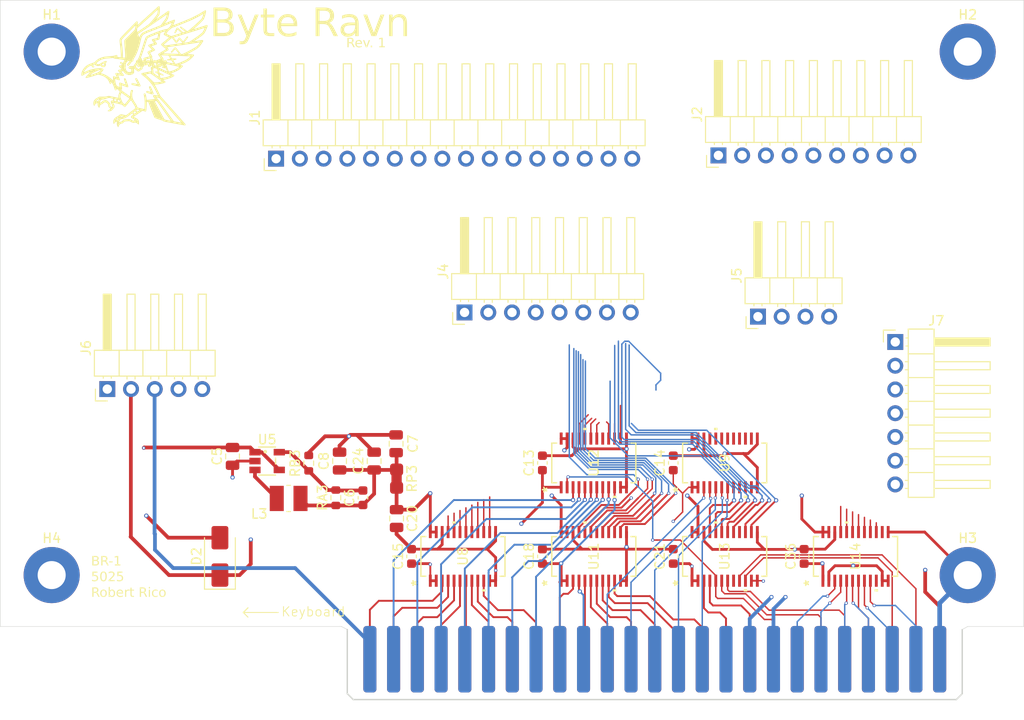
<source format=kicad_pcb>
(kicad_pcb (version 20241229) (generator "pcbnew") (generator_version "9.0")
  (layers (0 "F.Cu" signal) (4 "In1.Cu" signal) (6 "In2.Cu" signal) (2 "B.Cu" signal) (13 "F.Paste" user) (15 "B.Paste" user) (5 "F.SilkS" user "F.Silkscreen") (7 "B.SilkS" user "B.Silkscreen") (1 "F.Mask" user) (3 "B.Mask" user) (25 "Edge.Cuts" user))
  (net 0 "")
  (net 1 "GND")
  (net 2 "CARD5V")
  (net 3 "D2_5V")
  (net 4 "A8_5V")
  (net 5 "A7_5V")
  (net 6 "CARD-12V")
  (net 7 "D0_5V")
  (net 8 "A5_5V")
  (net 9 "~{I{slash}O_STROBE}_5V")
  (net 10 "DMA_OUT_5V")
  (net 12 "~{INH}_5V")
  (net 13 "7M_5V")
  (net 14 "A2_5V")
  (net 15 "A14_5V")
  (net 16 "A10_5V")
  (net 17 "~{RES}_5V")
  (net 18 "D1_5V")
  (net 19 "A4_5V")
  (net 20 "R{slash}~{W}_5V")
  (net 21 "RDY_5V")
  (net 22 "Q3_5V")
  (net 23 "A12_5V")
  (net 24 "A6_5V")
  (net 25 "~{NMI}_5V")
  (net 26 "D7_5V")
  (net 27 "~{I{slash}O_SELECT}_5V")
  (net 28 "CARD12V")
  (net 29 "DMA_IN_5V")
  (net 30 "A13_5V")
  (net 31 "INT_IN_5V")
  (net 32 "PHI0_5V")
  (net 33 "CARD-5V")
  (net 34 "PHI1_5V")
  (net 35 "A1_5V")
  (net 36 "~{DEVICE_SELECT}_5V")
  (net 37 "D5_5V")
  (net 38 "A15_5V")
  (net 39 "A11_5V")
  (net 40 "D6_5V")
  (net 41 "A3_5V")
  (net 42 "D4_5V")
  (net 43 "A9_5V")
  (net 44 "INT_OUT_5V")
  (net 45 "A0_5V")
  (net 47 "D3_5V")
  (net 48 "+5V")
  (net 49 "/power/P3V3")
  (net 50 "/power/FB3")
  (net 51 "+3V3")
  (net 52 "/power/L3")
  (net 53 "D7_3V3")
  (net 54 "~{I{slash}O_STROBE}_3V3")
  (net 55 "A1_3V3")
  (net 56 "~{DEVICE_SELECT}_3V3")
  (net 57 "A15_3V3")
  (net 58 "~{RES}_3V3")
  (net 59 "D5_3V3")
  (net 60 "~{NMI}_3V3")
  (net 61 "D3_3V3")
  (net 62 "A10_3V3")
  (net 63 "INT_IN_3V3")
  (net 64 "A2_3V3")
  (net 65 "A5_3V3")
  (net 66 "DMA_OUT_3V3")
  (net 67 "A0_3V3")
  (net 68 "A13_3V3")
  (net 69 "RDY_3V3")
  (net 70 "PHI1_3V3")
  (net 71 "~{INH}_3V3")
  (net 72 "A14_3V3")
  (net 73 "D1_3V3")
  (net 74 "A4_3V3")
  (net 75 "R{slash}~{W}_3V3")
  (net 76 "D6_3V3")
  (net 77 "PHI0_3V3")
  (net 78 "D4_3V3")
  (net 79 "A3_3V3")
  (net 80 "A9_3V3")
  (net 81 "A6_3V3")
  (net 82 "D2_3V3")
  (net 83 "7M_3V3")
  (net 84 "A11_3V3")
  (net 85 "A12_3V3")
  (net 86 "A8_3V3")
  (net 87 "INT_OUT_3V3")
  (net 88 "~{I{slash}O_SELECT}_3V3")
  (net 89 "Q3_3V3")
  (net 90 "D0_3V3")
  (net 91 "DMA_IN_3V3")
  (net 92 "A7_3V3")
  (net 95 "~{IRQ}_5V")
  (net 96 "~{DMA}_5V")
  (net 97 "~{DMA}_3V3")
  (net 98 "~{IRQ}_3V3")
  (net 99 "µSync_5V")
  (net 100 "µSync_3V3")
  (footprint "Resistor_SMD:R_0603_1608Metric" (layer "F.Cu") (at 196.5 104.025 -90)
    (property "Reference" "RB3")
    (property "Value" "3.3k" (hide yes))
  )
  (footprint "MountingHole:MountingHole_3mm_Pad" (layer "F.Cu") (at 267 60)
    (property "Reference" "H2")
    (property "Value" "MountingHole_Pad" (hide yes))
  )
  (footprint "Connector_PinHeader_2.54mm:PinHeader_1x07_P2.54mm_Horizontal" (layer "F.Cu") (at 259.25 91.06)
    (property "Reference" "J7")
    (property "Value" "Conn_01x07_Socket")
  )
  (footprint "Resistor_SMD:R_0603_1608Metric" (layer "F.Cu") (at 199.4 107.725 90)
    (property "Reference" "RA3")
    (property "Value" "15k" (hide yes))
  )
  (footprint "footprints:DBQ24-L" (layer "F.Cu") (at 241 104 90)
    (property "Reference" "U9")
    (property "Value" "SN74LVC8T245" (hide yes))
  )
  (footprint "Capacitor_SMD:C_0603_1608Metric" (layer "F.Cu") (at 235.5 104 90)
    (property "Reference" "C14")
    (property "Value" "22nF" (hide yes))
  )
  (footprint "PCM_MA_Connector_AppleII:Peripheral_Bus_Edge" (layer "F.Cu") (at 233.52 125)
    (property "Reference" "J3")
    (property "Value" "Bus_Apple_II_Card_Side")
    (fp_line (start -32.893 3.683) (end -32.893 -3.175) (stroke (width 0.15)) (layer "Edge.Cuts"))
    (fp_line (start -32.258 4.318) (end -32.893 3.683) (stroke (width 0.15)) (layer "Edge.Cuts"))
    (fp_line (start 32.258 4.318) (end -32.258 4.318) (stroke (width 0.15)) (layer "Edge.Cuts"))
    (fp_line (start 32.258 4.318) (end 32.893 3.683) (stroke (width 0.15)) (layer "Edge.Cuts"))
    (fp_line (start 32.893 -3.175) (end 32.893 3.683) (stroke (width 0.15)) (layer "Edge.Cuts"))
  )
  (footprint "Capacitor_SMD:C_0603_1608Metric" (layer "F.Cu") (at 235.5 114 90)
    (property "Reference" "C21")
    (property "Value" "22nF" (hide yes))
  )
  (footprint "LOGO" (layer "F.Cu") (at 178.915809 61.665809)
    (property "Reference" "G***")
    (property "Value" "LOGO" (hide yes))
  )
  (footprint "Capacitor_SMD:C_0603_1608Metric" (layer "F.Cu") (at 202.3 107.725 90)
    (property "Reference" "C6")
    (property "Value" "100pF" (hide yes))
  )
  (footprint "footprints:DBQ24-L" (layer "F.Cu") (at 227 104 90)
    (property "Reference" "U12")
    (property "Value" "SN74LVC8T245" (hide yes))
  )
  (footprint "MountingHole:MountingHole_3mm_Pad" (layer "F.Cu") (at 169 60)
    (property "Reference" "H1")
    (property "Value" "MountingHole_Pad" (hide yes))
  )
  (footprint "MountingHole:MountingHole_3mm_Pad" (layer "F.Cu") (at 267 116)
    (property "Reference" "H3")
    (property "Value" "MountingHole_Pad" (hide yes))
  )
  (footprint "Capacitor_SMD:C_0805_2012Metric" (layer "F.Cu") (at 205.9 109.95 -90)
    (property "Reference" "C20")
    (property "Value" "2.2uF" (hide yes))
  )
  (footprint "Capacitor_SMD:C_0805_2012Metric" (layer "F.Cu") (at 199.8 103.8 90)
    (property "Reference" "C8")
    (property "Value" "22uF" (hide yes))
  )
  (footprint "footprints:DBQ24-L" (layer "F.Cu") (at 213 114 90)
    (property "Reference" "U8")
    (property "Value" "SN74LVC8T245" (hide yes))
  )
  (footprint "jumper:R_0805_2012Metric_Pad1.29x1.40mm_HandSolder_Jumper_NC" (layer "F.Cu") (at 205.9 105.6825 -90)
    (property "Reference" "RP3")
    (property "Value" "0" (hide yes))
  )
  (footprint "Capacitor_SMD:C_0603_1608Metric" (layer "F.Cu") (at 221.5 114 90)
    (property "Reference" "C18")
    (property "Value" "22nF" (hide yes))
  )
  (footprint "Capacitor_SMD:C_0805_2012Metric" (layer "F.Cu") (at 203.5 103.8 90)
    (property "Reference" "C24")
    (property "Value" "2.2uF" (hide yes))
  )
  (footprint "Capacitor_SMD:C_0805_2012Metric" (layer "F.Cu") (at 205.85 101.95 90)
    (property "Reference" "C7")
    (property "Value" "22uF" (hide yes))
  )
  (footprint "Connector_PinHeader_2.54mm:PinHeader_1x09_P2.54mm_Horizontal" (layer "F.Cu") (at 240.33 71.1 90)
    (property "Reference" "J2")
    (property "Value" "Conn_01x09_Socket")
  )
  (footprint "Capacitor_SMD:C_0805_2012Metric" (layer "F.Cu") (at 188.35 103.3 -90)
    (property "Reference" "C5")
    (property "Value" "22uF" (hide yes))
  )
  (footprint "Connector_PinHeader_2.54mm:PinHeader_1x08_P2.54mm_Horizontal" (layer "F.Cu") (at 213.17 87.9 90)
    (property "Reference" "J4")
    (property "Value" "Conn_01x08_Socket")
  )
  (footprint "Capacitor_SMD:C_0603_1608Metric" (layer "F.Cu") (at 221.5 104 90)
    (property "Reference" "C13")
    (property "Value" "22nF" (hide yes))
  )
  (footprint "footprints:DBQ24-L" (layer "F.Cu") (at 255 114 90)
    (property "Reference" "U14")
    (property "Value" "SN74LVC8T245" (hide yes))
  )
  (footprint "MountingHole:MountingHole_3mm_Pad" (layer "F.Cu") (at 169 116)
    (property "Reference" "H4")
    (property "Value" "MountingHole_Pad" (hide yes))
  )
  (footprint "Connector_PinHeader_2.54mm:PinHeader_1x04_P2.54mm_Horizontal" (layer "F.Cu") (at 244.56 88.35 90)
    (property "Reference" "J5")
    (property "Value" "Conn_01x04_Socket")
  )
  (footprint "Capacitor_SMD:C_0603_1608Metric" (layer "F.Cu") (at 249.5 114 90)
    (property "Reference" "C36")
    (property "Value" "22nF" (hide yes))
  )
  (footprint "footprints:DBQ24-L" (layer "F.Cu") (at 227 114 90)
    (property "Reference" "U11")
    (property "Value" "SN74LVC8T245" (hide yes))
  )
  (footprint "Connector_PinHeader_2.54mm:PinHeader_1x16_P2.54mm_Horizontal" (layer "F.Cu") (at 193.01 71.45 90)
    (property "Reference" "J1")
    (property "Value" "Conn_01x16_Socket")
  )
  (footprint "Capacitor_SMD:C_0603_1608Metric" (layer "F.Cu") (at 207.5 114 90)
    (property "Reference" "C15")
    (property "Value" "22nF" (hide yes))
  )
  (footprint "Diode_SMD:D_SMA" (layer "F.Cu") (at 187 114 90)
    (property "Reference" "D2")
    (property "Value" "STPS2L40AF" (hide yes))
  )
  (footprint "TSOT-25:TSOT-25" (layer "F.Cu") (at 192.05 103.8 -90)
    (property "Reference" "U5")
    (property "Value" "TLV62569DBV" (hide yes))
  )
  (footprint "footprints:DBQ24-L" (layer "F.Cu") (at 241 114 90)
    (property "Reference" "U13")
    (property "Value" "SN74LVC8T245" (hide yes))
  )
  (footprint "Connector_PinHeader_2.54mm:PinHeader_1x05_P2.54mm_Horizontal" (layer "F.Cu") (at 174.95 96.1 90)
    (property "Reference" "J6")
    (property "Value" "Conn_01x05_Socket")
  )
  (footprint "L_1008_1210:L_1008_1210" (layer "F.Cu") (at 194.35 107.8)
    (property "Reference" "L3")
    (property "Value" "2.2uH" (hide yes))
  )
  (gr_line (start 193.25 120) (end 189.5 120) (stroke (width 0.1)) (layer "F.SilkS"))
  (gr_line (start 189.5 120) (end 190 120.5) (stroke (width 0.1)) (layer "F.SilkS"))
  (gr_line (start 190 119.5) (end 189.5 120) (stroke (width 0.1)) (layer "F.SilkS"))
  (gr_line (start 189.5 120) (end 190 119.5) (stroke (width 0.1)) (layer "F.SilkS"))
  (gr_line (start 200.627 121.825) (end 200 121.5) (stroke (width 0.05)) (layer "Edge.Cuts"))
  (gr_line (start 266.413 121.825) (end 267 121.5) (stroke (width 0.05)) (layer "Edge.Cuts"))
  (gr_line (start 273 54.5) (end 163.496795 54.5) (stroke (width 0.05)) (layer "Edge.Cuts"))
  (gr_line (start 267 121.5) (end 273 121.5) (stroke (width 0.05)) (layer "Edge.Cuts"))
  (gr_line (start 163.5 121.5) (end 200 121.5) (stroke (width 0.05)) (layer "Edge.Cuts"))
  (gr_line (start 273 54.5) (end 273 121.5) (stroke (width 0.05)) (layer "Edge.Cuts"))
  (gr_line (start 163.496795 121.5) (end 163.496795 54.5) (stroke (width 0.05)) (layer "Edge.Cuts"))
  (gr_text "Keyboard" (at 193.5 120.5 0) (layer "F.SilkS") (effects (font (size 1 1) (thickness 0.1)) (justify left bottom)))
  (gr_text "Byte Ravn" (at 185.9 58.85 0) (layer "F.SilkS") (effects (font (size 3 3) (thickness 0.1)) (justify left bottom)))
  (gr_text "BR-1\n5025\nRobert Rico" (at 173.207005 118.5 0) (layer "F.SilkS") (effects (font (size 1 1) (thickness 0.1)) (justify left bottom)))
  (gr_text "Rev. 1" (at 200.5 59.7 0) (layer "F.SilkS") (effects (font (size 1 1) (thickness 0.1)) (justify left bottom)))
  (segment (start 224.7775 101.3965) (end 224.7775 102.2775) (width 0.3) (layer "F.Cu") (net 1))
  (segment (start 224.7775 112.2525) (end 225.75 113.225) (width 0.3) (layer "F.Cu") (net 1))
  (segment (start 244.4925 112.4925) (end 245.25 113.25) (width 0.3) (layer "F.Cu") (net 1))
  (segment (start 205.9 111.625) (end 207.5 113.225) (width 0.4) (layer "F.Cu") (net 1))
  (segment (start 224.7775 102.2775) (end 225 102.5) (width 0.3) (layer "F.Cu") (net 1))
  (segment (start 230.725 113.225) (end 235.5 113.225) (width 0.3) (layer "F.Cu") (net 1))
  (segment (start 252.7775 112.1967) (end 252.7775 111.3965) (width 0.3) (layer "F.Cu") (net 1))
  (segment (start 215.6117 113.225) (end 216.5 114.1133) (width 0.3) (layer "F.Cu") (net 1))
  (segment (start 199.8 102.15) (end 200.8 101.15) (width 0.4) (layer "F.Cu") (net 1))
  (segment (start 248.525 113.225) (end 248.5 113.25) (width 0.3) (layer "F.Cu") (net 1))
  (segment (start 210.7775 112.7225) (end 210.7775 111.3965) (width 0.3) (layer "F.Cu") (net 1))
  (segment (start 221.5 113.225) (end 225.75 113.225) (width 0.3) (layer "F.Cu") (net 1))
  (segment (start 200.8 101.15) (end 198.25 101.15) (width 0.4) (layer "F.Cu") (net 1))
  (segment (start 210.275 113.225) (end 210.7775 112.7225) (width 0.3) (layer "F.Cu") (net 1))
  (segment (start 215.6117 113.225) (end 210.275 113.225) (width 0.3) (layer "F.Cu") (net 1))
  (segment (start 244.4925 111.3965) (end 244.4925 112.4925) (width 0.3) (layer "F.Cu") (net 1))
  (segment (start 244.4925 116.6035) (end 245.096985 116.6035) (width 0.1525) (layer "F.Cu") (net 1))
  (segment (start 188.35 104.25) (end 188.35 105.55) (width 0.3) (layer "F.Cu") (net 1))
  (segment (start 252.7983 115) (end 252.1425 115.6558) (width 0.3) (layer "F.Cu") (net 1))
  (segment (start 238.7775 101.3965) (end 238.7775 102.8025) (width 0.3) (layer "F.Cu") (net 1))
  (segment (start 190.75 103.8) (end 188.8 103.8) (width 0.3) (layer "F.Cu") (net 1))
  (segment (start 249.5 113.225) (end 248.525 113.225) (width 0.3) (layer "F.Cu") (net 1))
  (segment (start 230.4925 106.6035) (end 230.4925 102.5075) (width 0.3) (layer "F.Cu") (net 1))
  (segment (start 224.6457 103.225) (end 225.3782 102.4925) (width 0.3) (layer "F.Cu") (net 1))
  (segment (start 229.8575 106.6035) (end 230.4925 106.6035) (width 0.3) (layer "F.Cu") (net 1))
  (segment (start 245.25 113.25) (end 248.5 113.25) (width 0.3) (layer "F.Cu") (net 1))
  (segment (start 257.8575 115.6075) (end 257.25 115) (width 0.3) (layer "F.Cu") (net 1))
  (segment (start 262.3965 111.3965) (end 267 116) (width 0.3) (layer "F.Cu") (net 1))
  (segment (start 244.4925 102.0075) (end 243.5 103) (width 0.3) (layer "F.Cu") (net 1))
  (segment (start 243 103) (end 241 103) (width 0.3) (layer "F.Cu") (net 1))
  (segment (start 238.7775 102.8025) (end 239.2 103.225) (width 0.3) (layer "F.Cu") (net 1))
  (segment (start 203.5 102.85) (end 201.65 101) (width 0.4) (layer "F.Cu") (net 1))
  (segment (start 238.7775 101.3965) (end 238.7775 101.8918) (width 0.2) (layer "F.Cu") (net 1))
  (segment (start 230.4925 102.4925) (end 230.5 102.5) (width 0.2) (layer "F.Cu") (net 1))
  (segment (start 205.9 110.9) (end 205.9 111.625) (width 0.4) (layer "F.Cu") (net 1))
  (segment (start 243.8575 106.6035) (end 244.4925 106.6035) (width 0.2) (layer "F.Cu") (net 1))
  (segment (start 249.5 113.225) (end 251.7492 113.225) (width 0.3) (layer "F.Cu") (net 1))
  (segment (start 221.5 103.225) (end 224.6457 103.225) (width 0.3) (layer "F.Cu") (net 1))
  (segment (start 230.4925 113.0075) (end 230.5 113) (width 0.3) (layer "F.Cu") (net 1))
  (segment (start 239.2 103.225) (end 240.775 103.225) (width 0.3) (layer "F.Cu") (net 1))
  (segment (start 257.25 115) (end 254.75 115) (width 0.3) (layer "F.Cu") (net 1))
  (segment (start 244.4925 104.4925) (end 243 103) (width 0.3) (layer "F.Cu") (net 1))
  (segment (start 196.5 102.9) (end 196.5 103.2) (width 0.4) (layer "F.Cu") (net 1))
  (segment (start 238.7775 111.3965) (end 238.7775 112.3442) (width 0.3) (layer "F.Cu") (net 1))
  (segment (start 225.0075 102.4925) (end 225.3782 102.4925) (width 0.3) (layer "F.Cu") (net 1))
  (segment (start 230.4925 102.5075) (end 230.5 102.5) (width 0.2) (layer "F.Cu") (net 1))
  (segment (start 257.8575 116.6035) (end 257.8575 115.6075) (width 0.3) (layer "F.Cu") (net 1))
  (segment (start 243.5 103) (end 243 103) (width 0.3) (layer "F.Cu") (net 1))
  (segment (start 215.8575 116.6035) (end 216.4925 116.6035) (width 0.3) (layer "F.Cu") (net 1))
  (segment (start 216.5 114.1133) (end 216.5 115.5) (width 0.3) (layer "F.Cu") (net 1))
  (segment (start 244.4925 101.3965) (end 244.4925 102.0075) (width 0.2) (layer "F.Cu") (net 1))
  (segment (start 240.775 103.225) (end 241 103) (width 0.3) (layer "F.Cu") (net 1))
  (segment (start 200.95 101) (end 200.8 101.15) (width 0.4) (layer "F.Cu") (net 1))
  (segment (start 238.7775 112.3442) (end 239.6833 113.25) (width 0.3) (layer "F.Cu") (net 1))
  (segment (start 235.5 103.225) (end 239.2 103.225) (width 0.3) (layer "F.Cu") (net 1))
  (segment (start 243.8575 116.6035) (end 244.4925 116.6035) (width 0.2) (layer "F.Cu") (net 1))
  (segment (start 198.25 101.15) (end 196.5 102.9) (width 0.4) (layer "F.Cu") (net 1))
  (segment (start 230.4925 116.6035) (end 230.4925 113.0075) (width 0.3) (layer "F.Cu") (net 1))
  (segment (start 199.8 102.85) (end 199.8 102.15) (width 0.4) (layer "F.Cu") (net 1))
  (segment (start 230.5 113) (end 230.725 113.225) (width 0.3) (layer "F.Cu") (net 1))
  (segment (start 229.8575 116.6035) (end 230.4925 116.6035) (width 0.3) (layer "F.Cu") (net 1))
  (segment (start 225.3782 102.4925) (end 230.4925 102.4925) (width 0.3) (layer "F.Cu") (net 1))
  (segment (start 244.4925 106.6035) (end 244.4925 104.4925) (width 0.3) (layer "F.Cu") (net 1))
  (segment (start 252.1425 115.6558) (end 252.1425 116.6035) (width 0.3) (layer "F.Cu") (net 1))
  (segment (start 207.5 113.225) (end 210.275 113.225) (width 0.3) (layer "F.Cu") (net 1))
  (segment (start 224.7775 101.3965) (end 224.7775 101.8918) (width 0.2) (layer "F.Cu") (net 1))
  (segment (start 216.5 116.596) (end 216.4925 116.6035) (width 0.3) (layer "F.Cu") (net 1))
  (segment (start 251.7492 113.225) (end 252.7775 112.1967) (width 0.3) (layer "F.Cu") (net 1))
  (segment (start 239.6833 113.25) (end 245.25 113.25) (width 0.3) (layer "F.Cu") (net 1))
  (segment (start 225 102.5) (end 225.0075 102.4925) (width 0.3) (layer "F.Cu") (net 1))
  (segment (start 258.4925 116.6035) (end 257.8575 116.6035) (width 0.3) (layer "F.Cu") (net 1))
  (segment (start 254.75 115) (end 252.7983 115) (width 0.3) (layer "F.Cu") (net 1))
  (segment (start 188.8 103.8) (end 188.35 104.25) (width 0.3) (layer "F.Cu") (net 1))
  (segment (start 201.65 101) (end 200.95 101) (width 0.4) (layer "F.Cu") (net 1))
  (segment (start 230.5 113) (end 230.5 111.404) (width 0.3) (layer "F.Cu") (net 1))
  (segment (start 216.5 115.5) (end 216.5 116.596) (width 0.3) (layer "F.Cu") (net 1))
  (segment (start 245.096985 116.6035) (end 245.137002 116.643517) (width 0.1525) (layer "F.Cu") (net 1))
  (segment (start 230.5 111.404) (end 230.4925 111.3965) (width 0.3) (layer "F.Cu") (net 1))
  (segment (start 224.7775 111.3965) (end 224.7775 112.2525) (width 0.3) (layer "F.Cu") (net 1))
  (segment (start 230.275 113.225) (end 230.5 113) (width 0.3) (layer "F.Cu") (net 1))
  (segment (start 205.85 101) (end 201.65 101) (width 0.4) (layer "F.Cu") (net 1))
  (segment (start 216.4925 111.3965) (end 216.4925 112.3442) (width 0.3) (layer "F.Cu") (net 1))
  (segment (start 230.4925 101.3965) (end 230.4925 102.4925) (width 0.3) (layer "F.Cu") (net 1))
  (segment (start 216.4925 112.3442) (end 215.6117 113.225) (width 0.3) (layer "F.Cu") (net 1))
  (segment (start 258.4925 111.3965) (end 262.3965 111.3965) (width 0.3) (layer "F.Cu") (net 1))
  (segment (start 225.75 113.225) (end 230.275 113.225) (width 0.3) (layer "F.Cu") (net 1))
  (via (at 188.35 105.55) (size 0.454) (drill 0.254) (layers "F.Cu" "B.Cu") (net 1))
  (via (at 216.5 115.5) (size 0.35) (drill 0.2) (layers "F.Cu" "B.Cu") (net 1))
  (via (at 200.8 101.15) (size 0.454) (drill 0.254) (layers "F.Cu" "B.Cu") (net 1))
  (via (at 230.5 113) (size 0.454) (drill 0.254) (layers "F.Cu" "B.Cu") (net 1))
  (via (at 254.75 115) (size 0.454) (drill 0.254) (layers "F.Cu" "B.Cu") (net 1))
  (via (at 230.5 102.5) (size 0.454) (drill 0.254) (layers "F.Cu" "B.Cu") (net 1))
  (via (at 248.5 113.25) (size 0.454) (drill 0.254) (layers "F.Cu" "B.Cu") (net 1))
  (via (at 245.137002 116.643517) (size 0.35) (drill 0.2) (layers "F.Cu" "B.Cu") (net 1))
  (via (at 241 103) (size 0.454) (drill 0.254) (layers "F.Cu" "B.Cu") (net 1))
  (segment (start 264 119) (end 267 116) (width 0.5) (layer "B.Cu") (net 1))
  (segment (start 264 125) (end 264 119) (width 0.5) (layer "B.Cu") (net 1))
  (segment (start 235.5 106.25) (end 235.5 104.775) (width 0.1525) (layer "F.Cu") (net 2))
  (segment (start 238.1425 106.6035) (end 237.5075 106.6035) (width 0.3) (layer "F.Cu") (net 2))
  (segment (start 221.5 114.775) (end 223.475 114.775) (width 0.3) (layer "F.Cu") (net 2))
  (segment (start 209.5075 116.6035) (end 209.5075 114.8575) (width 0.2) (layer "F.Cu") (net 2))
  (segment (start 223.5075 116.6035) (end 223.5075 114.7575) (width 0.3) (layer "F.Cu") (net 2))
  (segment (start 221.6465 106.6035) (end 221.5 106.75) (width 0.3) (layer "F.Cu") (net 2))
  (segment (start 224.1425 116.6035) (end 223.5075 116.6035) (width 0.3) (layer "F.Cu") (net 2))
  (segment (start 209.5075 114.8575) (end 209.5 114.85) (width 0.2) (layer "F.Cu") (net 2))
  (segment (start 181.55 116) (end 177.45 111.9) (width 0.4) (layer "F.Cu") (net 2))
  (segment (start 177.47 111.88) (end 177.47 96.15) (width 0.4) (layer "F.Cu") (net 2))
  (segment (start 223.361 116.75) (end 223.5075 116.6035) (width 0.3) (layer "F.Cu") (net 2))
  (segment (start 251.4 114.75) (end 251.375 114.775) (width 0.1525) (layer "F.Cu") (net 2))
  (segment (start 223.475 114.775) (end 223.5 114.75) (width 0.3) (layer "F.Cu") (net 2))
  (segment (start 237.1465 106.6035) (end 236.5 107.25) (width 0.1525) (layer "F.Cu") (net 2))
  (segment (start 177.45 111.9) (end 177.47 111.88) (width 0.4) (layer "F.Cu") (net 2))
  (segment (start 221.5 108.25) (end 219.25 110.5) (width 0.3) (layer "F.Cu") (net 2))
  (segment (start 264 125) (end 264 119.35) (width 0.4) (layer "F.Cu") (net 2))
  (segment (start 251.5075 116.6035) (end 251.5075 114.8075) (width 0.3) (layer "F.Cu") (net 2))
  (segment (start 223.5075 106.6035) (end 221.6465 106.6035) (width 0.3) (layer "F.Cu") (net 2))
  (segment (start 221.5 104.775) (end 221.5 106.75) (width 0.3) (layer "F.Cu") (net 2))
  (segment (start 264 119.35) (end 262.45 117.8) (width 0.4) (layer "F.Cu") (net 2))
  (segment (start 251.45 114.75) (end 251.4 114.75) (width 0.1525) (layer "F.Cu") (net 2))
  (segment (start 235.5 114.775) (end 237.225 114.775) (width 0.3) (layer "F.Cu") (net 2))
  (segment (start 189.1 116) (end 190.3 114.8) (width 0.4) (layer "F.Cu") (net 2))
  (segment (start 262.45 117.8) (end 262.45 115.45) (width 0.4) (layer "F.Cu") (net 2))
  (segment (start 237.225 114.775) (end 237.5 115.05) (width 0.3) (layer "F.Cu") (net 2))
  (segment (start 251.5075 114.8075) (end 251.45 114.75) (width 0.1525) (layer "F.Cu") (net 2))
  (segment (start 207.5 114.775) (end 209.425 114.775) (width 0.3) (layer "F.Cu") (net 2))
  (segment (start 251.375 114.775) (end 249.5 114.775) (width 0.3) (layer "F.Cu") (net 2))
  (segment (start 190.3 114.8) (end 190.3 112.2) (width 0.4) (layer "F.Cu") (net 2))
  (segment (start 236.5 107.25) (end 235.5 106.25) (width 0.1525) (layer "F.Cu") (net 2))
  (segment (start 237.5075 116.6035) (end 237.5075 115.0575) (width 0.3) (layer "F.Cu") (net 2))
  (segment (start 237.5075 106.6035) (end 237.1465 106.6035) (width 0.1525) (layer "F.Cu") (net 2))
  (segment (start 238.1425 116.6035) (end 237.5075 116.6035) (width 0.3) (layer "F.Cu") (net 2))
  (segment (start 237.5075 115.0575) (end 237.5 115.05) (width 0.3) (layer "F.Cu") (net 2))
  (segment (start 223.5075 114.7575) (end 223.5 114.75) (width 0.3) (layer "F.Cu") (net 2))
  (segment (start 221.5 106.75) (end 221.5 108.25) (width 0.3) (layer "F.Cu") (net 2))
  (segment (start 209.5075 116.6035) (end 210.1425 116.6035) (width 0.3) (layer "F.Cu") (net 2))
  (segment (start 236.5 109.25) (end 235.5 110.25) (width 0.1525) (layer "F.Cu") (net 2))
  (segment (start 209.425 114.775) (end 209.5 114.85) (width 0.3) (layer "F.Cu") (net 2))
  (segment (start 187 116) (end 189.1 116) (width 0.4) (layer "F.Cu") (net 2))
  (segment (start 187 116) (end 181.55 116) (width 0.4) (layer "F.Cu") (net 2))
  (segment (start 236.5 107.25) (end 236.5 109.25) (width 0.1525) (layer "F.Cu") (net 2))
  (via (at 209.5 114.85) (size 0.35) (drill 0.2) (layers "F.Cu" "B.Cu") (net 2))
  (via (at 223.5 114.75) (size 0.454) (drill 0.254) (layers "F.Cu" "B.Cu") (net 2))
  (via (at 235.5 110.25) (size 0.35) (drill 0.2) (layers "F.Cu" "B.Cu") (net 2))
  (via (at 262.45 115.45) (size 0.454) (drill 0.254) (layers "F.Cu" "B.Cu") (net 2))
  (via (at 237.5 115.05) (size 0.35) (drill 0.2) (layers "F.Cu" "B.Cu") (net 2))
  (via (at 190.3 112.2) (size 0.454) (drill 0.254) (layers "F.Cu" "B.Cu") (net 2))
  (via (at 219.25 110.5) (size 0.454) (drill 0.254) (layers "F.Cu" "B.Cu") (net 2))
  (via (at 251.45 114.75) (size 0.454) (drill 0.254) (layers "F.Cu" "B.Cu") (net 2))
  (segment (start 226.0475 106.6035) (end 226.0475 107.9525) (width 0.2) (layer "F.Cu") (net 3))
  (via (at 226.0475 107.9525) (size 0.454) (drill 0.254) (layers "F.Cu" "B.Cu") (net 3))
  (segment (start 210.66 125) (end 210.66 114.84) (width 0.2) (layer "B.Cu") (net 3))
  (segment (start 224 110) (end 226.0475 107.9525) (width 0.2) (layer "B.Cu") (net 3))
  (segment (start 215.5 110) (end 224 110) (width 0.2) (layer "B.Cu") (net 3))
  (segment (start 210.66 114.84) (end 215.5 110) (width 0.2) (layer "B.Cu") (net 3))
  (segment (start 226.0475 116.6035) (end 226.0475 124.8525) (width 0.2) (layer "F.Cu") (net 4))
  (segment (start 226.0475 124.8525) (end 225.9 125) (width 0.2) (layer "F.Cu") (net 4))
  (segment (start 223.36 118.39) (end 223.36 125) (width 0.2) (layer "F.Cu") (net 5))
  (segment (start 224.7775 116.6035) (end 224.7775 117.4725) (width 0.2) (layer "F.Cu") (net 5))
  (segment (start 224.7775 117.4725) (end 224.25 118) (width 0.2) (layer "F.Cu") (net 5))
  (segment (start 224.25 118) (end 223.75 118) (width 0.2) (layer "F.Cu") (net 5))
  (segment (start 223.75 118) (end 223.36 118.39) (width 0.2) (layer "F.Cu") (net 5))
  (via (at 247.5 118.35) (size 0.454) (drill 0.254) (layers "F.Cu" "B.Cu") (net 6))
  (segment (start 246.22 119.63) (end 247.5 118.35) (width 0.4) (layer "B.Cu") (net 6))
  (segment (start 246.22 125) (end 246.22 119.63) (width 0.4) (layer "B.Cu") (net 6))
  (segment (start 224.7775 106.6035) (end 224.7775 107.9725) (width 0.2) (layer "F.Cu") (net 7))
  (via (at 224.7775 107.9725) (size 0.454) (drill 0.254) (layers "F.Cu" "B.Cu") (net 7))
  (segment (start 212.0275 107.9725) (end 205.58 114.42) (width 0.2) (layer "B.Cu") (net 7))
  (segment (start 224.7775 107.9725) (end 212.0275 107.9725) (width 0.2) (layer "B.Cu") (net 7))
  (segment (start 205.58 114.42) (end 205.58 125) (width 0.2) (layer "B.Cu") (net 7))
  (segment (start 216.25 120.5) (end 217.75 120.5) (width 0.2) (layer "F.Cu") (net 8))
  (segment (start 214.5875 118.8375) (end 216.25 120.5) (width 0.2) (layer "F.Cu") (net 8))
  (segment (start 218.28 121.03) (end 218.28 125) (width 0.2) (layer "F.Cu") (net 8))
  (segment (start 217.75 120.5) (end 218.28 121.03) (width 0.2) (layer "F.Cu") (net 8))
  (segment (start 214.5875 116.6035) (end 214.5875 118.8375) (width 0.2) (layer "F.Cu") (net 8))
  (segment (start 243.25 118) (end 245.5 120.25) (width 0.1525) (layer "F.Cu") (net 9))
  (segment (start 245.5 120.25) (end 251 120.25) (width 0.1525) (layer "F.Cu") (net 9))
  (segment (start 240.6825 116.6035) (end 240.6825 117.6825) (width 0.1525) (layer "F.Cu") (net 9))
  (segment (start 241 118) (end 243.25 118) (width 0.1525) (layer "F.Cu") (net 9))
  (segment (start 251.3 120.55) (end 251.3 125) (width 0.1525) (layer "F.Cu") (net 9))
  (segment (start 251 120.25) (end 251.3 120.55) (width 0.1525) (layer "F.Cu") (net 9))
  (segment (start 240.6825 117.6825) (end 241 118) (width 0.1525) (layer "F.Cu") (net 9))
  (segment (start 242.5875 116.1039) (end 244.84915 113.84225) (width 0.1525) (layer "F.Cu") (net 10))
  (segment (start 257.84225 113.84225) (end 260 116) (width 0.1525) (layer "F.Cu") (net 10))
  (segment (start 261.46 117.46) (end 260 116) (width 0.1525) (layer "F.Cu") (net 10))
  (segment (start 244.84915 113.84225) (end 257.84225 113.84225) (width 0.1525) (layer "F.Cu") (net 10))
  (segment (start 242.5875 116.6035) (end 242.5875 116.1039) (width 0.1525) (layer "F.Cu") (net 10))
  (segment (start 261.46 125) (end 261.46 117.46) (width 0.1525) (layer "F.Cu") (net 10))
  (segment (start 252.7775 116.6035) (end 252.7775 117.4725) (width 0.1525) (layer "F.Cu") (net 12))
  (segment (start 252.7775 117.4725) (end 252 118.25) (width 0.1525) (layer "F.Cu") (net 12))
  (via (at 252 118.25) (size 0.35) (drill 0.2) (layers "F.Cu" "B.Cu") (net 12))
  (segment (start 250.25 119.5) (end 251.5 118.25) (width 0.1525) (layer "B.Cu") (net 12))
  (segment (start 251.5 118.25) (end 252 118.25) (width 0.1525) (layer "B.Cu") (net 12))
  (segment (start 248.76 120.99) (end 250.25 119.5) (width 0.1525) (layer "B.Cu") (net 12))
  (segment (start 248.76 125) (end 248.76 120.99) (width 0.1525) (layer "B.Cu") (net 12))
  (segment (start 241.3175 106.6035) (end 241.3175 107.9325) (width 0.1525) (layer "F.Cu") (net 13))
  (segment (start 241.3175 107.9325) (end 241.25 108) (width 0.1525) (layer "F.Cu") (net 13))
  (via (at 241.25 108) (size 0.35) (drill 0.2) (layers "F.Cu" "B.Cu") (net 13))
  (segment (start 239 112) (end 241.25 109.75) (width 0.1525) (layer "B.Cu") (net 13))
  (segment (start 241.25 109.75) (end 241.25 108) (width 0.1525) (layer "B.Cu") (net 13))
  (segment (start 238.6 125) (end 238.6 112.4) (width 0.1525) (layer "B.Cu") (net 13))
  (segment (start 238.6 112.4) (end 239 112) (width 0.1525) (layer "B.Cu") (net 13))
  (segment (start 212.6825 119.3175) (end 210.66 121.34) (width 0.2) (layer "F.Cu") (net 14))
  (segment (start 212.6825 116.6035) (end 212.6825 119.3175) (width 0.2) (layer "F.Cu") (net 14))
  (segment (start 210.66 121.34) (end 210.66 125) (width 0.2) (layer "F.Cu") (net 14))
  (segment (start 238.7775 119.5275) (end 239.25 120) (width 0.2) (layer "F.Cu") (net 15))
  (segment (start 240.5 120) (end 241.14 120.64) (width 0.2) (layer "F.Cu") (net 15))
  (segment (start 239.25 120) (end 240.5 120) (width 0.2) (layer "F.Cu") (net 15))
  (segment (start 241.14 120.64) (end 241.14 125) (width 0.2) (layer "F.Cu") (net 15))
  (segment (start 238.7775 116.6035) (end 238.7775 119.5275) (width 0.2) (layer "F.Cu") (net 15))
  (segment (start 227.3175 119.0675) (end 228.75 120.5) (width 0.2) (layer "F.Cu") (net 16))
  (segment (start 228.75 120.5) (end 230.5 120.5) (width 0.2) (layer "F.Cu") (net 16))
  (segment (start 230.98 120.98) (end 230.98 125) (width 0.2) (layer "F.Cu") (net 16))
  (segment (start 227.3175 116.6035) (end 227.3175 119.0675) (width 0.2) (layer "F.Cu") (net 16))
  (segment (start 230.5 120.5) (end 230.98 120.98) (width 0.2) (layer "F.Cu") (net 16))
  (segment (start 253.4125 116.6035) (end 253.4125 117.8375) (width 0.1525) (layer "F.Cu") (net 17))
  (segment (start 253.4125 117.8375) (end 252.25 119) (width 0.1525) (layer "F.Cu") (net 17))
  (via (at 252.25 119) (size 0.35) (drill 0.2) (layers "F.Cu" "B.Cu") (net 17))
  (segment (start 251.3 125) (end 251.3 119.95) (width 0.1525) (layer "B.Cu") (net 17))
  (segment (start 251.3 119.95) (end 252.25 119) (width 0.1525) (layer "B.Cu") (net 17))
  (segment (start 225.4125 106.6035) (end 225.4125 107.9125) (width 0.2) (layer "F.Cu") (net 18))
  (via (at 225.4125 107.9125) (size 0.454) (drill 0.254) (layers "F.Cu" "B.Cu") (net 18))
  (segment (start 224.605284 108.75) (end 225.4125 107.942784) (width 0.2) (layer "B.Cu") (net 18))
  (segment (start 214 108.75) (end 224.605284 108.75) (width 0.2) (layer "B.Cu") (net 18))
  (segment (start 225.4125 107.942784) (end 225.4125 107.9125) (width 0.2) (layer "B.Cu") (net 18))
  (segment (start 208.12 125) (end 208.12 114.63) (width 0.2) (layer "B.Cu") (net 18))
  (segment (start 208.12 114.63) (end 214 108.75) (width 0.2) (layer "B.Cu") (net 18))
  (segment (start 213.9525 119.2025) (end 215.74 120.99) (width 0.2) (layer "F.Cu") (net 19))
  (segment (start 213.9525 116.6035) (end 213.9525 119.2025) (width 0.2) (layer "F.Cu") (net 19))
  (segment (start 215.74 120.99) (end 215.74 125) (width 0.2) (layer "F.Cu") (net 19))
  (segment (start 240.0475 116.0475) (end 236.25 112.25) (width 0.1525) (layer "F.Cu") (net 20))
  (segment (start 246 120.75) (end 246.22 120.97) (width 0.1525) (layer "F.Cu") (net 20))
  (segment (start 246.22 120.97) (end 246.22 125) (width 0.1525) (layer "F.Cu") (net 20))
  (segment (start 240.0475 116.6035) (end 240.0475 118.2975) (width 0.1525) (layer "F.Cu") (net 20))
  (segment (start 240.0475 116.6035) (end 240.0475 116.0475) (width 0.1525) (layer "F.Cu") (net 20))
  (segment (start 245.25 120.75) (end 246 120.75) (width 0.1525) (layer "F.Cu") (net 20))
  (segment (start 233.75 112.25) (end 233.3 112.25) (width 0.153) (layer "F.Cu") (net 20))
  (segment (start 224.1425 106.6035) (end 224.1425 105.6075) (width 0.1525) (layer "F.Cu") (net 20))
  (segment (start 243 118.5) (end 245.25 120.75) (width 0.1525) (layer "F.Cu") (net 20))
  (segment (start 236.25 112.25) (end 233.75 112.25) (width 0.1525) (layer "F.Cu") (net 20))
  (segment (start 240.0475 118.2975) (end 240.25 118.5) (width 0.1525) (layer "F.Cu") (net 20))
  (segment (start 240.25 118.5) (end 243 118.5) (width 0.1525) (layer "F.Cu") (net 20))
  (segment (start 224.1425 105.6075) (end 224.25 105.5) (width 0.1525) (layer "F.Cu") (net 20))
  (via (at 224.25 105.5) (size 0.35) (drill 0.2) (layers "F.Cu" "B.Cu") (net 20))
  (via (at 233.3 112.25) (size 0.35) (drill 0.2) (layers "F.Cu" "B.Cu") (net 20))
  (segment (start 233.3 112.25) (end 233.3 108.1) (width 0.153) (layer "B.Cu") (net 20))
  (segment (start 224.25 105.5) (end 230.7 105.5) (width 0.153) (layer "B.Cu") (net 20))
  (segment (start 233 107.8) (end 233.3 108.1) (width 0.153) (layer "B.Cu") (net 20))
  (segment (start 233 107.8) (end 230.7 105.5) (width 0.1525) (layer "B.Cu") (net 20))
  (segment (start 241.3175 116.6035) (end 241.3175 117.5675) (width 0.1525) (layer "F.Cu") (net 21))
  (segment (start 243.75 117.75) (end 245.75 119.75) (width 0.1525) (layer "F.Cu") (net 21))
  (segment (start 253.84 120.34) (end 253.84 125) (width 0.1525) (layer "F.Cu") (net 21))
  (segment (start 241.5 117.75) (end 243.75 117.75) (width 0.1525) (layer "F.Cu") (net 21))
  (segment (start 253.25 119.75) (end 253.84 120.34) (width 0.1525) (layer "F.Cu") (net 21))
  (segment (start 245.75 119.75) (end 253.25 119.75) (width 0.1525) (layer "F.Cu") (net 21))
  (segment (start 241.3175 117.5675) (end 241.5 117.75) (width 0.1525) (layer "F.Cu") (net 21))
  (segment (start 240.6825 107.6825) (end 240.75 107.75) (width 0.1525) (layer "F.Cu") (net 22))
  (segment (start 240.6825 106.6035) (end 240.6825 107.6825) (width 0.1525) (layer "F.Cu") (net 22))
  (via (at 240.75 107.75) (size 0.35) (drill 0.2) (layers "F.Cu" "B.Cu") (net 22))
  (segment (start 236.06 113.94) (end 236.75 113.25) (width 0.1525) (layer "B.Cu") (net 22))
  (segment (start 236.75 113.25) (end 240.75 109.25) (width 0.1525) (layer "B.Cu") (net 22))
  (segment (start 236.06 125) (end 236.06 113.94) (width 0.1525) (layer "B.Cu") (net 22))
  (segment (start 240.75 109.25) (end 240.75 107.75) (width 0.1525) (layer "B.Cu") (net 22))
  (segment (start 229.25 119) (end 232.75 119) (width 0.2) (layer "F.Cu") (net 23))
  (segment (start 232.75 119) (end 236.06 122.31) (width 0.2) (layer "F.Cu") (net 23))
  (segment (start 228.5875 116.6035) (end 228.5875 118.3375) (width 0.2) (layer "F.Cu") (net 23))
  (segment (start 228.5875 118.3375) (end 229.25 119) (width 0.2) (layer "F.Cu") (net 23))
  (segment (start 236.06 122.31) (end 236.06 125) (width 0.2) (layer "F.Cu") (net 23))
  (segment (start 215.2225 116.6035) (end 215.2225 118.2225) (width 0.2) (layer "F.Cu") (net 24))
  (segment (start 220.82 121.07) (end 220.82 125) (width 0.2) (layer "F.Cu") (net 24))
  (segment (start 215.2225 118.2225) (end 216.75 119.75) (width 0.2) (layer "F.Cu") (net 24))
  (segment (start 216.75 119.75) (end 219.5 119.75) (width 0.2) (layer "F.Cu") (net 24))
  (segment (start 219.5 119.75) (end 220.82 121.07) (width 0.2) (layer "F.Cu") (net 24))
  (segment (start 254.6825 118.9325) (end 254.75 119) (width 0.1525) (layer "F.Cu") (net 25))
  (segment (start 254.6825 116.6035) (end 254.6825 118.9325) (width 0.1525) (layer "F.Cu") (net 25))
  (via (at 254.75 119) (size 0.35) (drill 0.2) (layers "F.Cu" "B.Cu") (net 25))
  (segment (start 256.38 120.63) (end 254.75 119) (width 0.1525) (layer "B.Cu") (net 25))
  (segment (start 256.38 125) (end 256.38 120.63) (width 0.1525) (layer "B.Cu") (net 25))
  (segment (start 229.2225 106.6035) (end 229.2225 107.9725) (width 0.2) (layer "F.Cu") (net 26))
  (via (at 229.2225 107.9725) (size 0.454) (drill 0.254) (layers "F.Cu" "B.Cu") (net 26))
  (segment (start 229.2225 109.0275) (end 223.36 114.89) (width 0.2) (layer "B.Cu") (net 26))
  (segment (start 229.2225 107.9725) (end 229.2225 109.0275) (width 0.2) (layer "B.Cu") (net 26))
  (segment (start 223.36 114.89) (end 223.36 125) (width 0.2) (layer "B.Cu") (net 26))
  (segment (start 203.04 119.71) (end 203.04 125) (width 0.2) (layer "F.Cu") (net 27))
  (segment (start 204 118.75) (end 203.04 119.71) (width 0.2) (layer "F.Cu") (net 27))
  (segment (start 210.7775 116.6035) (end 210.7775 117.7225) (width 0.2) (layer "F.Cu") (net 27))
  (segment (start 209.75 118.75) (end 204 118.75) (width 0.2) (layer "F.Cu") (net 27))
  (segment (start 210.7775 117.7225) (end 209.75 118.75) (width 0.2) (layer "F.Cu") (net 27))
  (segment (start 180.05 113.3) (end 180.05 111.6) (width 0.4) (layer "B.Cu") (net 28))
  (segment (start 182 115.25) (end 180.05 113.3) (width 0.4) (layer "B.Cu") (net 28))
  (segment (start 203.04 123.24) (end 195.05 115.25) (width 0.4) (layer "B.Cu") (net 28))
  (segment (start 195.05 115.25) (end 182 115.25) (width 0.4) (layer "B.Cu") (net 28))
  (segment (start 180.05 111.6) (end 180.01 111.56) (width 0.4) (layer "B.Cu") (net 28))
  (segment (start 203.04 125) (end 203.04 123.24) (width 0.4) (layer "B.Cu") (net 28))
  (segment (start 180.01 111.56) (end 180.01 96.15) (width 0.4) (layer "B.Cu") (net 28))
  (segment (start 256.5875 118.8375) (end 257 119.25) (width 0.1525) (layer "F.Cu") (net 29))
  (segment (start 256.5875 116.6035) (end 256.5875 118.8375) (width 0.1525) (layer "F.Cu") (net 29))
  (via (at 257 119.25) (size 0.35) (drill 0.2) (layers "F.Cu" "B.Cu") (net 29))
  (segment (start 261.46 121.444001) (end 259.265999 119.25) (width 0.1525) (layer "B.Cu") (net 29))
  (segment (start 261.46 125) (end 261.46 121.444001) (width 0.1525) (layer "B.Cu") (net 29))
  (segment (start 259.265999 119.25) (end 257 119.25) (width 0.1525) (layer "B.Cu") (net 29))
  (segment (start 229.2225 117.9725) (end 229.5 118.25) (width 0.2) (layer "F.Cu") (net 30))
  (segment (start 237.75 120.75) (end 238.6 121.6) (width 0.2) (layer "F.Cu") (net 30))
  (segment (start 229.2225 116.6035) (end 229.2225 117.9725) (width 0.2) (layer "F.Cu") (net 30))
  (segment (start 238.6 121.6) (end 238.6 125) (width 0.2) (layer "F.Cu") (net 30))
  (segment (start 229.5 118.25) (end 233 118.25) (width 0.2) (layer "F.Cu") (net 30))
  (segment (start 235.5 120.75) (end 237.75 120.75) (width 0.2) (layer "F.Cu") (net 30))
  (segment (start 233 118.25) (end 235.5 120.75) (width 0.2) (layer "F.Cu") (net 30))
  (segment (start 255.9525 119.2025) (end 256.25 119.5) (width 0.1525) (layer "F.Cu") (net 31))
  (segment (start 255.9525 116.6035) (end 255.9525 119.2025) (width 0.1525) (layer "F.Cu") (net 31))
  (via (at 256.25 119.5) (size 0.35) (drill 0.2) (layers "F.Cu" "B.Cu") (net 31))
  (segment (start 258.92 122.17) (end 256.25 119.5) (width 0.1525) (layer "B.Cu") (net 31))
  (segment (start 258.92 125) (end 258.92 122.17) (width 0.1525) (layer "B.Cu") (net 31))
  (segment (start 238.7775 107.7225) (end 238.75 107.75) (width 0.1525) (layer "F.Cu") (net 32))
  (segment (start 238.7775 106.6035) (end 238.7775 107.7225) (width 0.1525) (layer "F.Cu") (net 32))
  (via (at 238.75 107.75) (size 0.35) (drill 0.2) (layers "F.Cu" "B.Cu") (net 32))
  (segment (start 228.44 125) (end 228.44 118.06) (width 0.1525) (layer "B.Cu") (net 32))
  (segment (start 228.44 118.06) (end 238.75 107.75) (width 0.1525) (layer "B.Cu") (net 32))
  (via (at 246 118.35) (size 0.454) (drill 0.254) (layers "F.Cu" "B.Cu") (net 33))
  (segment (start 243.68 125) (end 243.68 120.67) (width 0.4) (layer "B.Cu") (net 33))
  (segment (start 243.68 120.67) (end 246 118.35) (width 0.4) (layer "B.Cu") (net 33))
  (segment (start 240.0475 106.6035) (end 240.0475 107.7025) (width 0.1525) (layer "F.Cu") (net 34))
  (segment (start 240.0475 107.7025) (end 240 107.75) (width 0.1525) (layer "F.Cu") (net 34))
  (via (at 240 107.75) (size 0.35) (drill 0.2) (layers "F.Cu" "B.Cu") (net 34))
  (segment (start 233.52 125) (end 233.52 115.48) (width 0.1525) (layer "B.Cu") (net 34))
  (segment (start 240 109) (end 240 107.75) (width 0.1525) (layer "B.Cu") (net 34))
  (segment (start 234.5 114.5) (end 240 109) (width 0.1525) (layer "B.Cu") (net 34))
  (segment (start 233.52 115.48) (end 234.5 114.5) (width 0.1525) (layer "B.Cu") (net 34))
  (segment (start 212.0475 116.6035) (end 212.0475 118.7025) (width 0.2) (layer "F.Cu") (net 35))
  (segment (start 208.12 121.13) (end 208.12 125) (width 0.2) (layer "F.Cu") (net 35))
  (segment (start 212.0475 118.7025) (end 210.25 120.5) (width 0.2) (layer "F.Cu") (net 35))
  (segment (start 208.75 120.5) (end 208.12 121.13) (width 0.2) (layer "F.Cu") (net 35))
  (segment (start 210.25 120.5) (end 208.75 120.5) (width 0.2) (layer "F.Cu") (net 35))
  (segment (start 225.4125 116.6035) (end 225.4125 117.6625) (width 0.2) (layer "F.Cu") (net 36))
  (segment (start 225.4125 117.6625) (end 225.5 117.75) (width 0.2) (layer "F.Cu") (net 36))
  (via (at 225.5 117.75) (size 0.454) (drill 0.254) (layers "F.Cu" "B.Cu") (net 36))
  (segment (start 225.9 125) (end 225.9 118.15) (width 0.2) (layer "B.Cu") (net 36))
  (segment (start 225.9 118.15) (end 225.5 117.75) (width 0.2) (layer "B.Cu") (net 36))
  (segment (start 227.9525 106.6035) (end 227.9525 107.9525) (width 0.2) (layer "F.Cu") (net 37))
  (via (at 227.9525 107.9525) (size 0.454) (drill 0.254) (layers "F.Cu" "B.Cu") (net 37))
  (segment (start 220 114.5) (end 221.405 114.5) (width 0.2) (layer "B.Cu") (net 37))
  (segment (start 218.28 116.28) (end 218.25 116.25) (width 0.2) (layer "B.Cu") (net 37))
  (segment (start 221.405 114.5) (end 227.9525 107.9525) (width 0.2) (layer "B.Cu") (net 37))
  (segment (start 218.28 125) (end 218.28 116.28) (width 0.2) (layer "B.Cu") (net 37))
  (segment (start 218.25 116.25) (end 220 114.5) (width 0.2) (layer "B.Cu") (net 37))
  (segment (start 239.4125 118.9125) (end 239.75 119.25) (width 0.2) (layer "F.Cu") (net 38))
  (segment (start 242.75 119.25) (end 243.68 120.18) (width 0.2) (layer "F.Cu") (net 38))
  (segment (start 243.68 120.18) (end 243.68 125) (width 0.2) (layer "F.Cu") (net 38))
  (segment (start 239.4125 116.6035) (end 239.4125 118.9125) (width 0.2) (layer "F.Cu") (net 38))
  (segment (start 239.75 119.25) (end 242.75 119.25) (width 0.2) (layer "F.Cu") (net 38))
  (segment (start 233.52 121.27) (end 233.52 125) (width 0.2) (layer "F.Cu") (net 39))
  (segment (start 227.9525 118.7025) (end 229 119.75) (width 0.2) (layer "F.Cu") (net 39))
  (segment (start 227.9525 116.6035) (end 227.9525 118.7025) (width 0.2) (layer "F.Cu") (net 39))
  (segment (start 232 119.75) (end 233.52 121.27) (width 0.2) (layer "F.Cu") (net 39))
  (segment (start 229 119.75) (end 232 119.75) (width 0.2) (layer "F.Cu") (net 39))
  (segment (start 228.5875 106.6035) (end 228.5875 107.9125) (width 0.2) (layer "F.Cu") (net 40))
  (via (at 228.5875 107.9125) (size 0.454) (drill 0.254) (layers "F.Cu" "B.Cu") (net 40))
  (segment (start 220.82 125) (end 220.82 116.18) (width 0.2) (layer "B.Cu") (net 40))
  (segment (start 220.82 116.18) (end 228.5875 108.4125) (width 0.2) (layer "B.Cu") (net 40))
  (segment (start 228.5875 108.4125) (end 228.5875 107.9125) (width 0.2) (layer "B.Cu") (net 40))
  (segment (start 213.3175 116.6035) (end 213.3175 124.8825) (width 0.2) (layer "F.Cu") (net 41))
  (segment (start 213.3175 124.8825) (end 213.2 125) (width 0.1525) (layer "F.Cu") (net 41))
  (segment (start 227.3175 106.6035) (end 227.3175 107.9325) (width 0.2) (layer "F.Cu") (net 42))
  (via (at 227.3175 107.9325) (size 0.454) (drill 0.254) (layers "F.Cu" "B.Cu") (net 42))
  (segment (start 215.75 115.5) (end 218.5 112.75) (width 0.2) (layer "B.Cu") (net 42))
  (segment (start 215.74 115.76) (end 215.75 115.75) (width 0.2) (layer "B.Cu") (net 42))
  (segment (start 218.5 112.75) (end 222.5 112.75) (width 0.2) (layer "B.Cu") (net 42))
  (segment (start 215.74 125) (end 215.74 115.76) (width 0.2) (layer "B.Cu") (net 42))
  (segment (start 222.5 112.75) (end 227.3175 107.9325) (width 0.2) (layer "B.Cu") (net 42))
  (segment (start 215.75 115.75) (end 215.75 115.5) (width 0.2) (layer "B.Cu") (net 42))
  (segment (start 226.6825 116.6035) (end 226.6825 119.4325) (width 0.2) (layer "F.Cu") (net 43))
  (segment (start 226.6825 119.4325) (end 228.44 121.19) (width 0.2) (layer "F.Cu") (net 43))
  (segment (start 228.44 121.19) (end 228.44 125) (width 0.2) (layer "F.Cu") (net 43))
  (segment (start 243.2225 116.6035) (end 243.2225 116.1039) (width 0.1525) (layer "F.Cu") (net 44))
  (segment (start 258.92 115.67) (end 258.92 125) (width 0.1525) (layer "F.Cu") (net 44))
  (segment (start 257.40775 114.15775) (end 258.92 115.67) (width 0.1525) (layer "F.Cu") (net 44))
  (segment (start 243.2225 116.1039) (end 245.16865 114.15775) (width 0.1525) (layer "F.Cu") (net 44))
  (segment (start 245.16865 114.15775) (end 257.40775 114.15775) (width 0.1525) (layer "F.Cu") (net 44))
  (segment (start 211.4125 116.6035) (end 211.4125 118.3375) (width 0.2) (layer "F.Cu") (net 45))
  (segment (start 206.5 119.5) (end 205.58 120.42) (width 0.2) (layer "F.Cu") (net 45))
  (segment (start 210.25 119.5) (end 206.5 119.5) (width 0.2) (layer "F.Cu") (net 45))
  (segment (start 211.4125 118.3375) (end 210.25 119.5) (width 0.2) (layer "F.Cu") (net 45))
  (segment (start 205.58 120.42) (end 205.58 125) (width 0.2) (layer "F.Cu") (net 45))
  (segment (start 226.6825 106.6035) (end 226.6825 107.9325) (width 0.2) (layer "F.Cu") (net 47))
  (via (at 226.6825 107.9325) (size 0.454) (drill 0.254) (layers "F.Cu" "B.Cu") (net 47))
  (segment (start 217 111.5) (end 223.115 111.5) (width 0.2) (layer "B.Cu") (net 47))
  (segment (start 213.2 115.3) (end 217 111.5) (width 0.2) (layer "B.Cu") (net 47))
  (segment (start 213.2 125) (end 213.2 115.3) (width 0.2) (layer "B.Cu") (net 47))
  (segment (start 223.115 111.5) (end 226.6825 107.9325) (width 0.2) (layer "B.Cu") (net 47))
  (segment (start 190.25 102.35) (end 190.75 102.85) (width 0.4) (layer "F.Cu") (net 48))
  (segment (start 187 112) (end 181.475752 112) (width 0.4) (layer "F.Cu") (net 48))
  (segment (start 188.35 102.35) (end 190.25 102.35) (width 0.4) (layer "F.Cu") (net 48))
  (segment (start 178.9 102.35) (end 178.85 102.4) (width 0.4) (layer "F.Cu") (net 48))
  (segment (start 191.45 102.85) (end 193.35 104.75) (width 0.4) (layer "F.Cu") (net 48))
  (segment (start 188.35 102.35) (end 178.9 102.35) (width 0.4) (layer "F.Cu") (net 48))
  (segment (start 190.75 102.85) (end 191.45 102.85) (width 0.4) (layer "F.Cu") (net 48))
  (segment (start 181.475752 112) (end 179.122828 109.647076) (width 0.4) (layer "F.Cu") (net 48))
  (via (at 178.85 102.4) (size 0.35) (drill 0.2) (layers "F.Cu" "B.Cu") (net 48))
  (via (at 179.122828 109.647076) (size 0.454) (drill 0.254) (layers "F.Cu" "B.Cu") (net 48))
  (segment (start 202.25 108.55) (end 202.3 108.5) (width 0.4) (layer "F.Cu") (net 49))
  (segment (start 202.3 108.5) (end 203.5 107.3) (width 0.4) (layer "F.Cu") (net 49))
  (segment (start 205.9 104.715) (end 205.9 102.95) (width 0.4) (layer "F.Cu") (net 49))
  (segment (start 203.5 104.75) (end 205.865 104.75) (width 0.4) (layer "F.Cu") (net 49))
  (segment (start 199.4 108.55) (end 202.25 108.55) (width 0.4) (layer "F.Cu") (net 49))
  (segment (start 199.4 108.55) (end 196.37 108.55) (width 0.4) (layer "F.Cu") (net 49))
  (segment (start 203.2 105.05) (end 203.5 104.75) (width 0.4) (layer "F.Cu") (net 49))
  (segment (start 205.865 104.75) (end 205.9 104.715) (width 0.4) (layer "F.Cu") (net 49))
  (segment (start 199.8 104.75) (end 203.5 104.75) (width 0.4) (layer "F.Cu") (net 49))
  (segment (start 205.9 102.95) (end 205.85 102.9) (width 0.4) (layer "F.Cu") (net 49))
  (segment (start 203.5 107.3) (end 203.5 104.75) (width 0.4) (layer "F.Cu") (net 49))
  (segment (start 196.37 108.55) (end 195.62 107.8) (width 0.4) (layer "F.Cu") (net 49))
  (segment (start 194.5 102.85) (end 196.5 104.85) (width 0.4) (layer "F.Cu") (net 50))
  (segment (start 199.4 106.9) (end 198.55 106.9) (width 0.4) (layer "F.Cu") (net 50))
  (segment (start 198.55 106.9) (end 196.5 104.85) (width 0.4) (layer "F.Cu") (net 50))
  (segment (start 202.3 106.95) (end 199.45 106.95) (width 0.4) (layer "F.Cu") (net 50))
  (segment (start 193.35 102.85) (end 194.5 102.85) (width 0.4) (layer "F.Cu") (net 50))
  (segment (start 199.45 106.95) (end 199.4 106.9) (width 0.4) (layer "F.Cu") (net 50))
  (segment (start 224.1425 101.3965) (end 224.1425 102.3575) (width 0.3) (layer "F.Cu") (net 51))
  (segment (start 224.1425 111.3965) (end 223.5075 111.3965) (width 0.3) (layer "F.Cu") (net 51))
  (segment (start 207.75 109) (end 209.5 107.25) (width 0.4) (layer "F.Cu") (net 51))
  (segment (start 223.5075 111.3965) (end 223.5075 108.5075) (width 0.3) (layer "F.Cu") (net 51))
  (segment (start 209.5075 111.3965) (end 209.5075 107.2575) (width 0.3) (layer "F.Cu") (net 51))
  (segment (start 238.1425 111.3965) (end 238.1425 108.6425) (width 0.3) (layer "F.Cu") (net 51))
  (segment (start 205.9 109) (end 207.75 109) (width 0.4) (layer "F.Cu") (net 51))
  (segment (start 237.5075 101.3965) (end 238.1425 101.3965) (width 0.3) (layer "F.Cu") (net 51))
  (segment (start 223.5075 101.3965) (end 224.1425 101.3965) (width 0.3) (layer "F.Cu") (net 51))
  (segment (start 237.75 102.55) (end 237.2 102.55) (width 0.3) (layer "F.Cu") (net 51))
  (segment (start 249.25 110) (end 250.6465 111.3965) (width 0.3) (layer "F.Cu") (net 51))
  (segment (start 249.25 107.5) (end 249.25 110) (width 0.3) (layer "F.Cu") (net 51))
  (segment (start 250.6465 111.3965) (end 251.5075 111.3965) (width 0.3) (layer "F.Cu") (net 51))
  (segment (start 224.1425 102.3575) (end 223.85 102.65) (width 0.3) (layer "F.Cu") (net 51))
  (segment (start 223.5075 108.5075) (end 222.5 107.5) (width 0.3) (layer "F.Cu") (net 51))
  (segment (start 252.1425 111.3965) (end 251.5075 111.3965) (width 0.3) (layer "F.Cu") (net 51))
  (segment (start 205.9 109) (end 205.9 106.65) (width 0.4) (layer "F.Cu") (net 51))
  (segment (start 238.1425 108.6425) (end 237 107.5) (width 0.3) (layer "F.Cu") (net 51))
  (segment (start 209.5075 111.3965) (end 210.1425 111.3965) (width 0.3) (layer "F.Cu") (net 51))
  (segment (start 238.1425 102.1575) (end 237.75 102.55) (width 0.3) (layer "F.Cu") (net 51))
  (segment (start 238.1425 101.3965) (end 238.1425 102.1575) (width 0.3) (layer "F.Cu") (net 51))
  (segment (start 237.5075 111.3965) (end 238.1425 111.3965) (width 0.3) (layer "F.Cu") (net 51))
  (via (at 209.5 107.25) (size 0.454) (drill 0.254) (layers "F.Cu" "B.Cu") (net 51))
  (via (at 249.25 107.5) (size 0.454) (drill 0.254) (layers "F.Cu" "B.Cu") (net 51))
  (via (at 223.85 102.65) (size 0.454) (drill 0.254) (layers "F.Cu" "B.Cu") (net 51))
  (via (at 237 107.5) (size 0.454) (drill 0.254) (layers "F.Cu" "B.Cu") (net 51))
  (via (at 237.2 102.55) (size 0.454) (drill 0.254) (layers "F.Cu" "B.Cu") (net 51))
  (via (at 222.5 107.5) (size 0.454) (drill 0.254) (layers "F.Cu" "B.Cu") (net 51))
  (segment (start 190.75 104.75) (end 190.75 105.47) (width 0.4) (layer "F.Cu") (net 52))
  (segment (start 190.75 105.47) (end 193.08 107.8) (width 0.4) (layer "F.Cu") (net 52))
  (segment (start 229.8575 97.8575) (end 229.8575 101.3965) (width 0.1525) (layer "F.Cu") (net 53))
  (segment (start 241.3175 111.3965) (end 241.3175 110.4735) (width 0.2) (layer "F.Cu") (net 54))
  (segment (start 241.959 110.291) (end 244.25 108) (width 0.2) (layer "F.Cu") (net 54))
  (segment (start 241.3175 110.4735) (end 241.5 110.291) (width 0.2) (layer "F.Cu") (net 54))
  (segment (start 241.5 110.291) (end 241.959 110.291) (width 0.2) (layer "F.Cu") (net 54))
  (via (at 244.25 108) (size 0.454) (drill 0.254) (layers "F.Cu" "B.Cu") (net 54))
  (segment (start 230 96.517636) (end 230 91.285224) (width 0.1525) (layer "B.Cu") (net 54))
  (segment (start 244.25 107.75) (end 244.25 108) (width 0.1525) (layer "B.Cu") (net 54))
  (segment (start 230 96.517636) (end 230 101.25) (width 0.1525) (layer "B.Cu") (net 54))
  (segment (start 233.65 95.65) (end 233.65 96.2) (width 0.1525) (layer "B.Cu") (net 54))
  (segment (start 230.726147 90.981786) (end 234.15 94.405639) (width 0.1525) (layer "B.Cu") (net 54))
  (segment (start 230 101.25) (end 230.25 101.5) (width 0.1525) (layer "B.Cu") (net 54))
  (segment (start 234.15 94.405639) (end 234.15 95.15) (width 0.1525) (layer "B.Cu") (net 54))
  (segment (start 238 101.5) (end 244.25 107.75) (width 0.1525) (layer "B.Cu") (net 54))
  (segment (start 230.303438 90.981786) (end 230.726147 90.981786) (width 0.1525) (layer "B.Cu") (net 54))
  (segment (start 230 91.285224) (end 230.303438 90.981786) (width 0.1525) (layer "B.Cu") (net 54))
  (segment (start 234.15 95.15) (end 233.65 95.65) (width 0.1525) (layer "B.Cu") (net 54))
  (segment (start 230.25 101.5) (end 238 101.5) (width 0.1525) (layer "B.Cu") (net 54))
  (segment (start 212.6825 109.09569) (end 212.6825 111.3965) (width 0.1525) (layer "F.Cu") (net 55))
  (segment (start 229.959 108.791) (end 231 107.75) (width 0.2) (layer "F.Cu") (net 56))
  (segment (start 226.0475 110.9012) (end 228.1577 108.791) (width 0.2) (layer "F.Cu") (net 56))
  (segment (start 226.0475 111.3965) (end 226.0475 110.9012) (width 0.2) (layer "F.Cu") (net 56))
  (segment (start 228.1577 108.791) (end 229.959 108.791) (width 0.2) (layer "F.Cu") (net 56))
  (via (at 231 107.75) (size 0.35) (drill 0.2) (layers "F.Cu" "B.Cu") (net 56))
  (segment (start 240.0475 109.4525) (end 240.25 109.25) (width 0.2) (layer "F.Cu") (net 57))
  (segment (start 241.5 109.25) (end 242.75 108) (width 0.2) (layer "F.Cu") (net 57))
  (segment (start 240.0475 111.3965) (end 240.0475 109.4525) (width 0.2) (layer "F.Cu") (net 57))
  (segment (start 240.25 109.25) (end 241.5 109.25) (width 0.2) (layer "F.Cu") (net 57))
  (via (at 242.75 108) (size 0.454) (drill 0.254) (layers "F.Cu" "B.Cu") (net 57))
  (segment (start 229.761333 101.988667) (end 237.560363 101.988667) (width 0.1525) (layer "B.Cu") (net 57))
  (segment (start 242.75 107.178304) (end 242.75 108) (width 0.1525) (layer "B.Cu") (net 57))
  (segment (start 229.232528 101.459862) (end 229.761333 101.988667) (width 0.1525) (layer "B.Cu") (net 57))
  (segment (start 229.232528 91.432528) (end 229.232528 101.459862) (width 0.1525) (layer "B.Cu") (net 57))
  (segment (start 237.560363 101.988667) (end 242.75 107.178304) (width 0.1525) (layer "B.Cu") (net 57))
  (segment (start 254.0475 108.953139) (end 254.0475 111.3965) (width 0.1525) (layer "F.Cu") (net 58))
  (segment (start 228.36725 99.61725) (end 228.5875 99.8375) (width 0.1525) (layer "F.Cu") (net 59))
  (segment (start 228.5875 99.8375) (end 228.5875 101.3965) (width 0.1525) (layer "F.Cu") (net 59))
  (segment (start 255.3175 109.534417) (end 255.3175 111.3965) (width 0.1525) (layer "F.Cu") (net 60))
  (segment (start 227.3175 99.9325) (end 227.56725 99.68275) (width 0.1525) (layer "F.Cu") (net 61))
  (segment (start 227.3175 101.3965) (end 227.3175 99.9325) (width 0.1525) (layer "F.Cu") (net 61))
  (segment (start 227.9525 111.3965) (end 227.9525 110.9012) (width 0.2) (layer "F.Cu") (net 62))
  (segment (start 229.1897 109.664) (end 231.191284 109.664) (width 0.2) (layer "F.Cu") (net 62))
  (segment (start 233.5 107.355284) (end 233.5 107.25) (width 0.2) (layer "F.Cu") (net 62))
  (segment (start 231.191284 109.664) (end 233.5 107.355284) (width 0.2) (layer "F.Cu") (net 62))
  (segment (start 227.9525 110.9012) (end 229.1897 109.664) (width 0.2) (layer "F.Cu") (net 62))
  (via (at 233.5 107.25) (size 0.35) (drill 0.2) (layers "F.Cu" "B.Cu") (net 62))
  (segment (start 233.62725 105.593737) (end 233.62725 107.12275) (width 0.1525) (layer "B.Cu") (net 62))
  (segment (start 233.62725 107.12275) (end 233.5 107.25) (width 0.1525) (layer "B.Cu") (net 62))
  (segment (start 232.249332 104.215819) (end 233.62725 105.593737) (width 0.1525) (layer "B.Cu") (net 62))
  (segment (start 225.350352 92.100352) (end 225.350352 102.817266) (width 0.1525) (layer "B.Cu") (net 62))
  (segment (start 225.350352 102.817266) (end 226.748905 104.215819) (width 0.1525) (layer "B.Cu") (net 62))
  (segment (start 226.748905 104.215819) (end 232.249332 104.215819) (width 0.1525) (layer "B.Cu") (net 62))
  (segment (start 256.5875 110.115693) (end 256.5875 111.3965) (width 0.1525) (layer "F.Cu") (net 63))
  (segment (start 213.3175 108.805052) (end 213.3175 111.3965) (width 0.1525) (layer "F.Cu") (net 64))
  (segment (start 215.2225 107.933138) (end 215.2225 111.3965) (width 0.1525) (layer "F.Cu") (net 65))
  (segment (start 243.2225 111.3965) (end 243.2225 110.5275) (width 0.2) (layer "F.Cu") (net 66))
  (segment (start 243.2225 110.5275) (end 245.75 108) (width 0.2) (layer "F.Cu") (net 66))
  (via (at 245.75 108) (size 0.454) (drill 0.254) (layers "F.Cu" "B.Cu") (net 66))
  (segment (start 237.945224 100.7565) (end 243.648043 106.459319) (width 0.1525) (layer "B.Cu") (net 66))
  (segment (start 244.459319 106.459319) (end 245.75 107.75) (width 0.1525) (layer "B.Cu") (net 66))
  (segment (start 230.781549 91.381549) (end 230.781549 100.031549) (width 0.1525) (layer "B.Cu") (net 66))
  (segment (start 243.648043 106.459319) (end 244.459319 106.459319) (width 0.1525) (layer "B.Cu") (net 66))
  (segment (start 231.5065 100.7565) (end 237.945224 100.7565) (width 0.1525) (layer "B.Cu") (net 66))
  (segment (start 245.75 107.75) (end 245.75 108) (width 0.1525) (layer "B.Cu") (net 66))
  (segment (start 230.781549 100.031549) (end 231.5065 100.7565) (width 0.1525) (layer "B.Cu") (net 66))
  (segment (start 212.0475 109.386328) (end 212.0475 111.3965) (width 0.1525) (layer "F.Cu") (net 67))
  (segment (start 229.8575 110.9012) (end 230.2217 110.537) (width 0.2) (layer "F.Cu") (net 68))
  (segment (start 229.8575 111.3965) (end 229.8575 110.9012) (width 0.2) (layer "F.Cu") (net 68))
  (segment (start 232.463 110.537) (end 235.75 107.25) (width 0.2) (layer "F.Cu") (net 68))
  (segment (start 230.2217 110.537) (end 232.463 110.537) (width 0.2) (layer "F.Cu") (net 68))
  (via (at 235.75 107.25) (size 0.35) (drill 0.2) (layers "F.Cu" "B.Cu") (net 68))
  (segment (start 226.1 102.45) (end 226.1 93.1) (width 0.1525) (layer "B.Cu") (net 68))
  (segment (start 230.5 103.485319) (end 227.135319 103.485319) (width 0.1525) (layer "B.Cu") (net 68))
  (segment (start 235.75 107.25) (end 235.75 106.683402) (width 0.1525) (layer "B.Cu") (net 68))
  (segment (start 227.135319 103.485319) (end 226.1 102.45) (width 0.1525) (layer "B.Cu") (net 68))
  (segment (start 232.551917 103.485319) (end 230.5 103.485319) (width 0.1525) (layer "B.Cu") (net 68))
  (segment (start 235.75 106.683402) (end 232.551917 103.485319) (width 0.1525) (layer "B.Cu") (net 68))
  (segment (start 244.5 108.5) (end 245 108) (width 0.2) (layer "F.Cu") (net 69))
  (segment (start 244.3019 108.5) (end 244.5 108.5) (width 0.2) (layer "F.Cu") (net 69))
  (segment (start 241.9525 111.3965) (end 241.9525 110.8494) (width 0.2) (layer "F.Cu") (net 69))
  (segment (start 241.9525 110.8494) (end 244.3019 108.5) (width 0.2) (layer "F.Cu") (net 69))
  (via (at 245 108) (size 0.454) (drill 0.254) (layers "F.Cu" "B.Cu") (net 69))
  (segment (start 230.404299 91.225286) (end 230.404299 100.404299) (width 0.1525) (layer "B.Cu") (net 69))
  (segment (start 237.844362 101) (end 243.547181 106.702819) (width 0.1525) (layer "B.Cu") (net 69))
  (segment (start 243.547181 106.702819) (end 244.202819 106.702819) (width 0.1525) (layer "B.Cu") (net 69))
  (segment (start 231 101) (end 237.844362 101) (width 0.1525) (layer "B.Cu") (net 69))
  (segment (start 244.202819 106.702819) (end 245 107.5) (width 0.1525) (layer "B.Cu") (net 69))
  (segment (start 230.404299 100.404299) (end 231 101) (width 0.1525) (layer "B.Cu") (net 69))
  (segment (start 245 107.5) (end 245 108) (width 0.1525) (layer "B.Cu") (net 69))
  (segment (start 240.6825 100.9012) (end 240.6825 101.3965) (width 0.1525) (layer "F.Cu") (net 70))
  (segment (start 253.4125 108.6625) (end 253.4125 111.3965) (width 0.1525) (layer "F.Cu") (net 71))
  (segment (start 239.4125 111.3965) (end 239.4125 108.8375) (width 0.2) (layer "F.Cu") (net 72))
  (segment (start 239.4125 108.8375) (end 239.75 108.5) (width 0.2) (layer "F.Cu") (net 72))
  (segment (start 239.75 108.5) (end 241.5 108.5) (width 0.2) (layer "F.Cu") (net 72))
  (segment (start 241.5 108.5) (end 242 108) (width 0.2) (layer "F.Cu") (net 72))
  (via (at 242 108) (size 0.454) (drill 0.254) (layers "F.Cu" "B.Cu") (net 72))
  (segment (start 242 106.772666) (end 242 108) (width 0.1525) (layer "B.Cu") (net 72))
  (segment (start 228.7435 95.2565) (end 228.7435 101.315196) (width 0.1525) (layer "B.Cu") (net 72))
  (segment (start 230.670123 103.241819) (end 238.469153 103.241819) (width 0.1525) (layer "B.Cu") (net 72))
  (segment (start 238.469153 103.241819) (end 242 106.772666) (width 0.1525) (layer "B.Cu") (net 72))
  (segment (start 228.7435 101.315196) (end 230.670123 103.241819) (width 0.1525) (layer "B.Cu") (net 72))
  (segment (start 226.0475 99.9525) (end 226.76725 99.23275) (width 0.1525) (layer "F.Cu") (net 73))
  (segment (start 226.0475 101.3965) (end 226.0475 99.9525) (width 0.1525) (layer "F.Cu") (net 73))
  (segment (start 214.5875 108.223776) (end 214.5875 111.3965) (width 0.1525) (layer "F.Cu") (net 74))
  (segment (start 240.6825 111.3965) (end 240.6825 110.0675) (width 0.2) (layer "F.Cu") (net 75))
  (segment (start 240.6825 110.0675) (end 240.75 110) (width 0.2) (layer "F.Cu") (net 75))
  (segment (start 240.75 110) (end 241.5 110) (width 0.2) (layer "F.Cu") (net 75))
  (segment (start 241.5 110) (end 243.5 108) (width 0.2) (layer "F.Cu") (net 75))
  (via (at 243.5 108) (size 0.454) (drill 0.254) (layers "F.Cu" "B.Cu") (net 75))
  (segment (start 229.631568 90.968432) (end 229.631568 101.381568) (width 0.1525) (layer "B.Cu") (net 75))
  (segment (start 229.995167 101.745167) (end 237.745167 101.745167) (width 0.1525) (layer "B.Cu") (net 75))
  (segment (start 237.745167 101.745167) (end 243.5 107.5) (width 0.1525) (layer "B.Cu") (net 75))
  (segment (start 229.631568 101.381568) (end 229.995167 101.745167) (width 0.1525) (layer "B.Cu") (net 75))
  (segment (start 243.5 107.5) (end 243.5 108) (width 0.1525) (layer "B.Cu") (net 75))
  (segment (start 229.2225 99.7775) (end 229.2225 101.3965) (width 0.1525) (layer "F.Cu") (net 76))
  (segment (start 239.4125 101.3965) (end 239.4125 100.9012) (width 0.1525) (layer "F.Cu") (net 77))
  (segment (start 228 101.349) (end 227.9525 101.3965) (width 0.1525) (layer "F.Cu") (net 78))
  (segment (start 213.9525 108.514414) (end 213.9525 111.3965) (width 0.1525) (layer "F.Cu") (net 79))
  (segment (start 228.8457 109.373) (end 230.627 109.373) (width 0.1525) (layer "F.Cu") (net 80))
  (segment (start 230.627 109.373) (end 233.25 106.75) (width 0.1525) (layer "F.Cu") (net 80))
  (segment (start 227.3175 111.3965) (end 227.3175 110.9012) (width 0.2) (layer "F.Cu") (net 80))
  (segment (start 227.3175 110.9012) (end 228.8457 109.373) (width 0.2) (layer "F.Cu") (net 80))
  (segment (start 233.25 106.75) (end 233.25 105.75) (width 0.1525) (layer "F.Cu") (net 80))
  (via (at 233.25 105.75) (size 0.35) (drill 0.2) (layers "F.Cu" "B.Cu") (net 80))
  (segment (start 225.106342 92) (end 225.106342 102.917618) (width 0.1525) (layer "B.Cu") (net 80))
  (segment (start 231.992832 104.459319) (end 233.25 105.716487) (width 0.1525) (layer "B.Cu") (net 80))
  (segment (start 233.25 105.716487) (end 233.25 105.75) (width 0.1525) (layer "B.Cu") (net 80))
  (segment (start 225.106342 102.917618) (end 226.648043 104.459319) (width 0.1525) (layer "B.Cu") (net 80))
  (segment (start 226.648043 104.459319) (end 231.992832 104.459319) (width 0.1525) (layer "B.Cu") (net 80))
  (segment (start 215.8575 107.6425) (end 215.8575 111.3965) (width 0.1525) (layer "F.Cu") (net 81))
  (segment (start 226.6825 101.3965) (end 226.6825 99.8175) (width 0.1525) (layer "F.Cu") (net 82))
  (segment (start 226.6825 99.8175) (end 227.2 99.3) (width 0.1525) (layer "F.Cu") (net 82))
  (segment (start 241.9525 100.9012) (end 241.9525 101.3965) (width 0.1525) (layer "F.Cu") (net 83))
  (segment (start 231.545 109.955) (end 234.25 107.25) (width 0.2) (layer "F.Cu") (net 84))
  (segment (start 228.5875 111.3965) (end 228.5875 110.9012) (width 0.2) (layer "F.Cu") (net 84))
  (segment (start 229.5337 109.955) (end 231.545 109.955) (width 0.2) (layer "F.Cu") (net 84))
  (segment (start 228.5875 110.9012) (end 229.5337 109.955) (width 0.2) (layer "F.Cu") (net 84))
  (via (at 234.25 107.25) (size 0.35) (drill 0.2) (layers "F.Cu" "B.Cu") (net 84))
  (segment (start 225.593852 102.716404) (end 226.849767 103.972319) (width 0.1525) (layer "B.Cu") (net 84))
  (segment (start 232.350194 103.972319) (end 234.25 105.872125) (width 0.1525) (layer "B.Cu") (net 84))
  (segment (start 234.25 105.872125) (end 234.25 107.25) (width 0.1525) (layer "B.Cu") (net 84))
  (segment (start 225.593852 92.406148) (end 225.593852 102.716404) (width 0.1525) (layer "B.Cu") (net 84))
  (segment (start 226.849767 103.972319) (end 232.350194 103.972319) (width 0.1525) (layer "B.Cu") (net 84))
  (segment (start 229.2225 111.3965) (end 229.2225 110.8494) (width 0.2) (layer "F.Cu") (net 85))
  (segment (start 229.8259 110.246) (end 232.004 110.246) (width 0.2) (layer "F.Cu") (net 85))
  (segment (start 229.2225 110.8494) (end 229.8259 110.246) (width 0.2) (layer "F.Cu") (net 85))
  (segment (start 232.004 110.246) (end 235 107.25) (width 0.2) (layer "F.Cu") (net 85))
  (via (at 235 107.25) (size 0.35) (drill 0.2) (layers "F.Cu" "B.Cu") (net 85))
  (segment (start 232.451056 103.728819) (end 235 106.277763) (width 0.1525) (layer "B.Cu") (net 85))
  (segment (start 235 106.277763) (end 235 107.25) (width 0.1525) (layer "B.Cu") (net 85))
  (segment (start 225.837352 92.951277) (end 225.837352 102.587352) (width 0.1525) (layer "B.Cu") (net 85))
  (segment (start 226.978819 103.728819) (end 232.451056 103.728819) (width 0.1525) (layer "B.Cu") (net 85))
  (segment (start 225.837352 102.587352) (end 226.978819 103.728819) (width 0.1525) (layer "B.Cu") (net 85))
  (segment (start 226.6825 110.8494) (end 228.4499 109.082) (width 0.2) (layer "F.Cu") (net 86))
  (segment (start 228.4499 109.082) (end 229.5 109.082) (width 0.2) (layer "F.Cu") (net 86))
  (segment (start 230.418 109.082) (end 231.75 107.75) (width 0.2) (layer "F.Cu") (net 86))
  (segment (start 232.75 106.75) (end 232.75 105.75) (width 0.1525) (layer "F.Cu") (net 86))
  (segment (start 231.75 107.75) (end 232.75 106.75) (width 0.1525) (layer "F.Cu") (net 86))
  (segment (start 226.6825 111.3965) (end 226.6825 110.8494) (width 0.2) (layer "F.Cu") (net 86))
  (segment (start 229.5 109.082) (end 230.418 109.082) (width 0.2) (layer "F.Cu") (net 86))
  (via (at 232.75 105.75) (size 0.35) (drill 0.2) (layers "F.Cu" "B.Cu") (net 86))
  (segment (start 226.547181 104.702819) (end 231.736332 104.702819) (width 0.1525) (layer "B.Cu") (net 86))
  (segment (start 224.862842 103.01848) (end 226.547181 104.702819) (width 0.1525) (layer "B.Cu") (net 86))
  (segment (start 224.862842 91.766716) (end 224.862842 103.01848) (width 0.1525) (layer "B.Cu") (net 86))
  (segment (start 231.736332 104.702819) (end 232.75 105.716487) (width 0.1525) (layer "B.Cu") (net 86))
  (segment (start 232.75 105.716487) (end 232.75 105.75) (width 0.1525) (layer "B.Cu") (net 86))
  (segment (start 243.8575 111.3965) (end 243.8575 110.6425) (width 0.2) (layer "F.Cu") (net 87))
  (segment (start 243.8575 110.6425) (end 246.5 108) (width 0.2) (layer "F.Cu") (net 87))
  (via (at 246.5 108) (size 0.454) (drill 0.254) (layers "F.Cu" "B.Cu") (net 87))
  (segment (start 246.5 107.928304) (end 246.5 108) (width 0.1525) (layer "B.Cu") (net 87))
  (segment (start 231.025049 99.775049) (end 231.75 100.5) (width 0.1525) (layer "B.Cu") (net 87))
  (segment (start 231.75 100.5) (end 239.071696 100.5) (width 0.1525) (layer "B.Cu") (net 87))
  (segment (start 239.071696 100.5) (end 246.5 107.928304) (width 0.1525) (layer "B.Cu") (net 87))
  (segment (start 211.4125 109.676966) (end 211.4125 111.3965) (width 0.1525) (layer "F.Cu") (net 88))
  (segment (start 241.3175 100.8969) (end 241.3175 101.3965) (width 0.1525) (layer "F.Cu") (net 89))
  (segment (start 225.4125 101.3965) (end 225.4125 99.8375) (width 0.1525) (layer "F.Cu") (net 90))
  (segment (start 225.4125 99.8375) (end 226.4 98.85) (width 0.1525) (layer "F.Cu") (net 90))
  (segment (start 257.2225 110.406332) (end 257.2225 111.3965) (width 0.1525) (layer "F.Cu") (net 91))
  (segment (start 225.4125 110.9012) (end 227.8137 108.5) (width 0.2) (layer "F.Cu") (net 92))
  (segment (start 229.5 108.5) (end 229.678304 108.5) (width 0.2) (layer "F.Cu") (net 92))
  (segment (start 229.678304 108.5) (end 231.75 106.428304) (width 0.2) (layer "F.Cu") (net 92))
  (segment (start 225.4125 111.3965) (end 225.4125 110.9012) (width 0.2) (layer "F.Cu") (net 92))
  (segment (start 227.8137 108.5) (end 229.5 108.5) (width 0.2) (layer "F.Cu") (net 92))
  (segment (start 231.75 106.428304) (end 231.75 105.75) (width 0.1525) (layer "F.Cu") (net 92))
  (via (at 231.75 105.75) (size 0.35) (drill 0.2) (layers "F.Cu" "B.Cu") (net 92))
  (segment (start 226.2565 105.2565) (end 231.2565 105.2565) (width 0.1525) (layer "B.Cu") (net 92))
  (segment (start 224.375842 91.375842) (end 224.375842 103.375842) (width 0.1525) (layer "B.Cu") (net 92))
  (segment (start 231.2565 105.2565) (end 231.75 105.75) (width 0.1525) (layer "B.Cu") (net 92))
  (segment (start 224.375842 103.375842) (end 226.2565 105.2565) (width 0.1525) (layer "B.Cu") (net 92))
  (segment (start 254.0475 116.6035) (end 254.0475 118.9525) (width 0.1525) (layer "F.Cu") (net 95))
  (segment (start 254.0475 118.9525) (end 254 119) (width 0.1525) (layer "F.Cu") (net 95))
  (via (at 254 119) (size 0.35) (drill 0.2) (layers "F.Cu" "B.Cu") (net 95))
  (segment (start 253.84 119.16) (end 254 119) (width 0.1525) (layer "B.Cu") (net 95))
  (segment (start 253.84 125) (end 253.84 119.16) (width 0.1525) (layer "B.Cu") (net 95))
  (segment (start 255.3175 116.6035) (end 255.3175 119.5675) (width 0.1525) (layer "F.Cu") (net 96))
  (segment (start 256.38 120.63) (end 256.38 125) (width 0.1525) (layer "F.Cu") (net 96))
  (segment (start 255.3175 119.5675) (end 256.38 120.63) (width 0.1525) (layer "F.Cu") (net 96))
  (segment (start 255.9525 109.825056) (end 255.9525 111.3965) (width 0.1525) (layer "F.Cu") (net 97))
  (segment (start 254.6825 109.243778) (end 254.6825 111.3965) (width 0.1525) (layer "F.Cu") (net 98))
  (segment (start 239.4125 107.6625) (end 239.5 107.75) (width 0.1525) (layer "F.Cu") (net 99))
  (segment (start 239.4125 106.6035) (end 239.4125 107.6625) (width 0.1525) (layer "F.Cu") (net 99))
  (via (at 239.5 107.8) (size 0.35) (drill 0.2) (layers "F.Cu" "B.Cu") (net 99))
  (segment (start 230.98 125) (end 230.98 116.77) (width 0.1525) (layer "B.Cu") (net 99))
  (segment (start 238.75 109) (end 239.5 108.25) (width 0.1525) (layer "B.Cu") (net 99))
  (segment (start 239.5 107.8) (end 239.5 107.75) (width 0.1525) (layer "B.Cu") (net 99))
  (segment (start 230.98 116.77) (end 238.75 109) (width 0.1525) (layer "B.Cu") (net 99))
  (segment (start 239.5 108.25) (end 239.5 107.8) (width 0.1525) (layer "B.Cu") (net 99))
  (segment (start 240.0475 100.9012) (end 240.0475 101.3965) (width 0.1525) (layer "F.Cu") (net 100))
)
</source>
